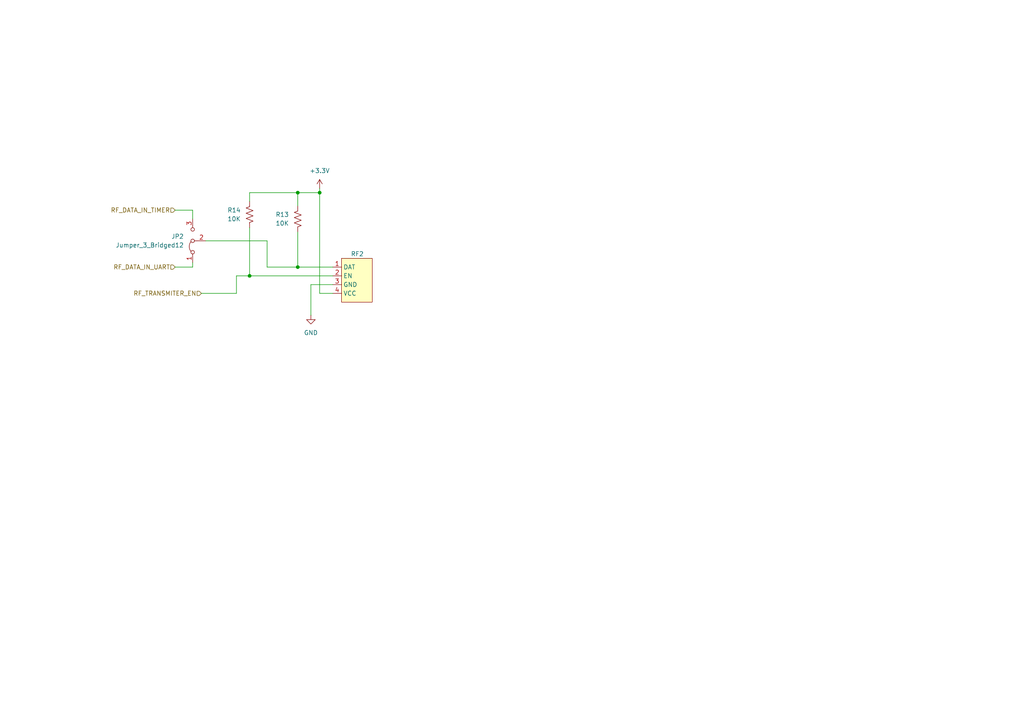
<source format=kicad_sch>
(kicad_sch (version 20250114) (generator "eeschema") (generator_version "9.0")
  (paper "A4")
  (title_block (title "RC-KAKATA-CONTROL") (date "2025-12-01") (rev "1.0") (company "ITLA-HUB"))
  (lib_symbols
    (symbol "EasyEDA:rf_433MHz_TRANSMITTER"
      (property "Reference" "RF" (at 0 0 0))
      (symbol "rf_433MHz_TRANSMITTER_1_1"
        (rectangle (start -8.89 0) (end 0 -12.7) (fill (type background)))
        (pin input line (at 2.54 -2.54 180) (length 2.54) (name "DAT") (number "1"))
        (pin input line (at 2.54 -5.08 180) (length 2.54) (name "EN") (number "2"))
        (pin input line (at 2.54 -7.62 180) (length 2.54) (name "GND") (number "3"))
        (pin input line (at 2.54 -10.16 180) (length 2.54) (name "VCC") (number "4"))
      )
    )
    (symbol "Jumper:Jumper_3_Bridged12" (pin_names (offset 0) (hide yes)) (in_bom no)
      (property "Reference" "JP" (at -2.54 -2.54 0))
      (property "Value" "Jumper_3_Bridged12" (at 0 2.794 0))
      (symbol "Jumper_3_Bridged12_0_0"
        (circle (center -3.302 0) (radius 0.508))
        (circle (center 0 0) (radius 0.508))
        (circle (center 3.302 0) (radius 0.508))
      )
      (symbol "Jumper_3_Bridged12_0_1"
        (arc (start -3.048 0.508) (mid -1.651 0.9912) (end -0.254 0.508))
        (polyline (pts (xy 0 -1.27) (xy 0 -0.508)))
      )
      (symbol "Jumper_3_Bridged12_1_1"
        (pin passive line (at -6.35 0 0) (length 2.54) (name "A") (number "1"))
        (pin passive line (at 0 -3.81 90) (length 2.54) (name "C") (number "2"))
        (pin passive line (at 6.35 0 180) (length 2.54) (name "B") (number "3"))
      )
    )
    (symbol "MG_RESISTOR:RES-0603-10K-1%" (pin_numbers (hide yes)) (pin_names (offset 0))
      (property "Reference" "R" (at 2.54 0 90))
      (property "Value" "10K" (at -2.54 0 90))
      (symbol "RES-0603-10K-1%_0_1"
        (polyline (pts (xy 0 2.286) (xy 0 2.54)))
        (polyline (pts (xy 0 2.286) (xy 1.016 1.905) (xy 0 1.524) (xy -1.016 1.143) (xy 0 0.762)))
        (polyline (pts (xy 0 0.762) (xy 1.016 0.381) (xy 0 0) (xy -1.016 -0.381) (xy 0 -0.762)))
        (polyline (pts (xy 0 -0.762) (xy 1.016 -1.143) (xy 0 -1.524) (xy -1.016 -1.905) (xy 0 -2.286)))
        (polyline (pts (xy 0 -2.286) (xy 0 -2.54)))
      )
      (symbol "RES-0603-10K-1%_1_1"
        (pin passive line (at 0 3.81 270) (length 1.27) (name "~") (number "1"))
        (pin passive line (at 0 -3.81 90) (length 1.27) (name "~") (number "2"))
      )
    )
    (symbol "power:+3.3V" (power) (pin_numbers (hide yes)) (pin_names (offset 0) (hide yes))
      (property "Value" "+3.3V" (at 0 3.556 0))
      (symbol "+3.3V_0_1"
        (polyline (pts (xy -0.762 1.27) (xy 0 2.54)))
        (polyline (pts (xy 0 2.54) (xy 0.762 1.27)))
        (polyline (pts (xy 0 0) (xy 0 2.54)))
      )
      (symbol "+3.3V_1_1"
        (pin power_in line (at 0 0 90) (length 0) (name "~") (number "1"))
      )
    )
    (symbol "power:GND" (power) (pin_numbers (hide yes)) (pin_names (offset 0) (hide yes))
      (property "Value" "GND" (at 0 -3.81 0))
      (symbol "GND_0_1"
        (polyline (pts (xy 0 0) (xy 0 -1.27) (xy 1.27 -1.27) (xy 0 -2.54) (xy -1.27 -1.27) (xy 0 -1.27)))
      )
      (symbol "GND_1_1"
        (pin power_in line (at 0 0 270) (length 0) (name "~") (number "1"))
      )
    )
  )
  (junction (at 86.36 77.47))
  (junction (at 86.36 55.88))
  (junction (at 72.39 80.01))
  (junction (at 92.71 55.88))
  (wire (pts (xy 86.36 67.31) (xy 86.36 77.47)))
  (wire (pts (xy 50.8 60.96) (xy 55.88 60.96)))
  (wire (pts (xy 68.58 85.09) (xy 68.58 80.01)))
  (wire (pts (xy 72.39 66.04) (xy 72.39 80.01)))
  (wire (pts (xy 77.47 77.47) (xy 86.36 77.47)))
  (wire (pts (xy 92.71 55.88) (xy 92.71 85.09)))
  (wire (pts (xy 86.36 55.88) (xy 92.71 55.88)))
  (wire (pts (xy 90.17 82.55) (xy 90.17 91.44)))
  (wire (pts (xy 72.39 55.88) (xy 86.36 55.88)))
  (wire (pts (xy 68.58 80.01) (xy 72.39 80.01)))
  (wire (pts (xy 77.47 69.85) (xy 77.47 77.47)))
  (wire (pts (xy 96.52 82.55) (xy 90.17 82.55)))
  (wire (pts (xy 72.39 80.01) (xy 96.52 80.01)))
  (wire (pts (xy 55.88 60.96) (xy 55.88 63.5)))
  (wire (pts (xy 96.52 85.09) (xy 92.71 85.09)))
  (wire (pts (xy 50.8 77.47) (xy 55.88 77.47)))
  (wire (pts (xy 92.71 54.61) (xy 92.71 55.88)))
  (wire (pts (xy 58.42 85.09) (xy 68.58 85.09)))
  (wire (pts (xy 59.69 69.85) (xy 77.47 69.85)))
  (wire (pts (xy 86.36 59.69) (xy 86.36 55.88)))
  (wire (pts (xy 55.88 76.2) (xy 55.88 77.47)))
  (wire (pts (xy 86.36 77.47) (xy 96.52 77.47)))
  (wire (pts (xy 72.39 58.42) (xy 72.39 55.88)))
  (hierarchical_label "RF_DATA_IN_UART" (shape input) (at 50.8 77.47 180))
  (hierarchical_label "RF_DATA_IN_TIMER" (shape input) (at 50.8 60.96 180))
  (hierarchical_label "RF_TRANSMITER_EN" (shape input) (at 58.42 85.09 180))
  (symbol (lib_id "power:+3.3V") (at 92.71 54.61 0) (unit 1)
    (property "Reference" "#PWR76" (effects (hide yes)))
    (property "Value" "+3.3V" (at 92.71 49.53 0))
    (property "Description" "Power symbol creates a global label with name \"+3.3V\"" (effects (hide yes)))
  )
  (symbol (lib_id "EasyEDA:rf_433MHz_TRANSMITTER") (at 99.06 74.93 0) (mirror y) (unit 1)
    (property "Reference" "RF2" (at 103.632 73.66 0))
    (property "Footprint" "EasyEDA:Itla_RC_RF_433MHz_transmitter" (effects (hide yes)))
  )
  (symbol (lib_id "Jumper:Jumper_3_Bridged12") (at 55.88 69.85 90) (unit 1) (in_bom no)
    (property "Reference" "JP2" (at 53.34 68.5799 90) (effects (justify left)))
    (property "Value" "Jumper_3_Bridged12" (at 53.34 71.1199 90) (effects (justify left)))
    (property "Footprint" "Connector_PinHeader_2.54mm:PinHeader_1x03_P2.54mm_Vertical" (effects (hide yes)))
    (property "Description" "Jumper, 3-pole, pins 1+2 closed/bridged" (effects (hide yes)))
  )
  (symbol (lib_id "power:GND") (at 90.17 91.44 0) (unit 1)
    (property "Reference" "#PWR78" (effects (hide yes)))
    (property "Value" "GND" (at 90.17 96.52 0))
    (property "Description" "Power symbol creates a global label with name \"GND\" , ground" (effects (hide yes)))
  )
  (symbol (lib_id "MG_RESISTOR:RES-0603-10K-1%") (at 86.36 63.5 0) (mirror y) (unit 1)
    (property "Reference" "R13" (at 83.82 62.2299 0) (effects (justify left)))
    (property "Value" "10K" (at 83.82 64.7699 0) (effects (justify left)))
    (property "Footprint" "4ms_Resistor:R_0603" (effects (hide yes)))
    (property "Description" "Resistor, US symbol" (effects (hide yes)))
    (property "TOL" "1%" (effects (hide yes)))
    (property "PWR" "1/10" (effects (hide yes)))
    (property "Part Number" "RC0603FR-0710KL" (effects (hide yes)))
    (property "Manufacturer" "YAGEO" (effects (hide yes)))
    (property "Footprint Name" "0603" (effects (hide yes)))
  )
  (symbol (lib_id "MG_RESISTOR:RES-0603-10K-1%") (at 72.39 62.23 0) (mirror y) (unit 1)
    (property "Reference" "R14" (at 69.85 60.9599 0) (effects (justify left)))
    (property "Value" "10K" (at 69.85 63.4999 0) (effects (justify left)))
    (property "Footprint" "4ms_Resistor:R_0603" (effects (hide yes)))
    (property "Description" "Resistor, US symbol" (effects (hide yes)))
    (property "TOL" "1%" (effects (hide yes)))
    (property "PWR" "1/10" (effects (hide yes)))
    (property "Part Number" "RC0603FR-0710KL" (effects (hide yes)))
    (property "Manufacturer" "YAGEO" (effects (hide yes)))
    (property "Footprint Name" "0603" (effects (hide yes)))
  )
)
</source>
